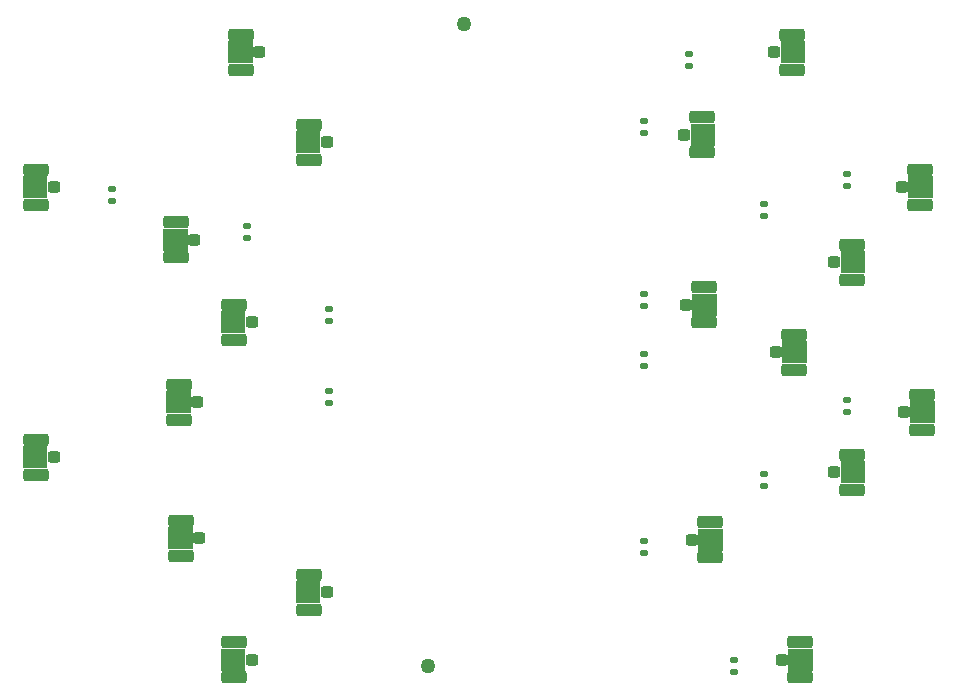
<source format=gbr>
%TF.GenerationSoftware,KiCad,Pcbnew,7.0.10*%
%TF.CreationDate,2024-03-14T12:03:47+01:00*%
%TF.ProjectId,FMC_breakout,464d435f-6272-4656-916b-6f75742e6b69,1.2*%
%TF.SameCoordinates,Original*%
%TF.FileFunction,Soldermask,Top*%
%TF.FilePolarity,Negative*%
%FSLAX46Y46*%
G04 Gerber Fmt 4.6, Leading zero omitted, Abs format (unit mm)*
G04 Created by KiCad (PCBNEW 7.0.10) date 2024-03-14 12:03:47*
%MOMM*%
%LPD*%
G01*
G04 APERTURE LIST*
G04 Aperture macros list*
%AMRoundRect*
0 Rectangle with rounded corners*
0 $1 Rounding radius*
0 $2 $3 $4 $5 $6 $7 $8 $9 X,Y pos of 4 corners*
0 Add a 4 corners polygon primitive as box body*
4,1,4,$2,$3,$4,$5,$6,$7,$8,$9,$2,$3,0*
0 Add four circle primitives for the rounded corners*
1,1,$1+$1,$2,$3*
1,1,$1+$1,$4,$5*
1,1,$1+$1,$6,$7*
1,1,$1+$1,$8,$9*
0 Add four rect primitives between the rounded corners*
20,1,$1+$1,$2,$3,$4,$5,0*
20,1,$1+$1,$4,$5,$6,$7,0*
20,1,$1+$1,$6,$7,$8,$9,0*
20,1,$1+$1,$8,$9,$2,$3,0*%
G04 Aperture macros list end*
%ADD10C,1.270000*%
%ADD11RoundRect,0.250000X0.275000X0.250000X-0.275000X0.250000X-0.275000X-0.250000X0.275000X-0.250000X0*%
%ADD12RoundRect,0.250000X0.850000X0.275000X-0.850000X0.275000X-0.850000X-0.275000X0.850000X-0.275000X0*%
%ADD13RoundRect,0.135000X-0.185000X0.135000X-0.185000X-0.135000X0.185000X-0.135000X0.185000X0.135000X0*%
%ADD14RoundRect,0.250000X-0.275000X-0.250000X0.275000X-0.250000X0.275000X0.250000X-0.275000X0.250000X0*%
%ADD15RoundRect,0.250000X-0.850000X-0.275000X0.850000X-0.275000X0.850000X0.275000X-0.850000X0.275000X0*%
%ADD16RoundRect,0.135000X0.185000X-0.135000X0.185000X0.135000X-0.185000X0.135000X-0.185000X-0.135000X0*%
G04 APERTURE END LIST*
%TO.C,J7*%
G36*
X53220000Y-68250000D02*
G01*
X51130000Y-68250000D01*
X51130000Y-66370000D01*
X53220000Y-66370000D01*
X53220000Y-68250000D01*
G37*
%TO.C,J6*%
G36*
X102990000Y-101930000D02*
G01*
X105080000Y-101930000D01*
X105080000Y-103810000D01*
X102990000Y-103810000D01*
X102990000Y-101930000D01*
G37*
%TO.C,J4*%
G36*
X98070000Y-91770000D02*
G01*
X100160000Y-91770000D01*
X100160000Y-93650000D01*
X98070000Y-93650000D01*
X98070000Y-91770000D01*
G37*
%TO.C,J2*%
G36*
X90290000Y-73355000D02*
G01*
X92380000Y-73355000D01*
X92380000Y-75235000D01*
X90290000Y-75235000D01*
X90290000Y-73355000D01*
G37*
%TO.C,J12*%
G36*
X48140000Y-109398000D02*
G01*
X46050000Y-109398000D01*
X46050000Y-107518000D01*
X48140000Y-107518000D01*
X48140000Y-109398000D01*
G37*
%TO.C,J15*%
G36*
X35845000Y-79680000D02*
G01*
X33755000Y-79680000D01*
X33755000Y-77800000D01*
X35845000Y-77800000D01*
X35845000Y-79680000D01*
G37*
%TO.C,J19*%
G36*
X108705000Y-77800000D02*
G01*
X110795000Y-77800000D01*
X110795000Y-79680000D01*
X108705000Y-79680000D01*
X108705000Y-77800000D01*
G37*
%TO.C,J11*%
G36*
X35845000Y-102540000D02*
G01*
X33755000Y-102540000D01*
X33755000Y-100660000D01*
X35845000Y-100660000D01*
X35845000Y-102540000D01*
G37*
%TO.C,J5*%
G36*
X108865000Y-96850000D02*
G01*
X110955000Y-96850000D01*
X110955000Y-98730000D01*
X108865000Y-98730000D01*
X108865000Y-96850000D01*
G37*
%TO.C,J8*%
G36*
X58935000Y-75870000D02*
G01*
X56845000Y-75870000D01*
X56845000Y-73990000D01*
X58935000Y-73990000D01*
X58935000Y-75870000D01*
G37*
%TO.C,J20*%
G36*
X102990000Y-84150000D02*
G01*
X105080000Y-84150000D01*
X105080000Y-86030000D01*
X102990000Y-86030000D01*
X102990000Y-84150000D01*
G37*
%TO.C,J17*%
G36*
X90925000Y-107645000D02*
G01*
X93015000Y-107645000D01*
X93015000Y-109525000D01*
X90925000Y-109525000D01*
X90925000Y-107645000D01*
G37*
%TO.C,J10*%
G36*
X52585000Y-119685000D02*
G01*
X50495000Y-119685000D01*
X50495000Y-117805000D01*
X52585000Y-117805000D01*
X52585000Y-119685000D01*
G37*
%TO.C,J3*%
G36*
X90450000Y-87755000D02*
G01*
X92540000Y-87755000D01*
X92540000Y-89635000D01*
X90450000Y-89635000D01*
X90450000Y-87755000D01*
G37*
%TO.C,J9*%
G36*
X58935000Y-113970000D02*
G01*
X56845000Y-113970000D01*
X56845000Y-112090000D01*
X58935000Y-112090000D01*
X58935000Y-113970000D01*
G37*
%TO.C,J14*%
G36*
X47980000Y-97890000D02*
G01*
X45890000Y-97890000D01*
X45890000Y-96010000D01*
X47980000Y-96010000D01*
X47980000Y-97890000D01*
G37*
%TO.C,J18*%
G36*
X98545000Y-117805000D02*
G01*
X100635000Y-117805000D01*
X100635000Y-119685000D01*
X98545000Y-119685000D01*
X98545000Y-117805000D01*
G37*
%TO.C,J13*%
G36*
X52585000Y-91110000D02*
G01*
X50495000Y-91110000D01*
X50495000Y-89230000D01*
X52585000Y-89230000D01*
X52585000Y-91110000D01*
G37*
%TO.C,J1*%
G36*
X97910000Y-66370000D02*
G01*
X100000000Y-66370000D01*
X100000000Y-68250000D01*
X97910000Y-68250000D01*
X97910000Y-66370000D01*
G37*
%TO.C,J16*%
G36*
X47725000Y-84125000D02*
G01*
X45635000Y-84125000D01*
X45635000Y-82245000D01*
X47725000Y-82245000D01*
X47725000Y-84125000D01*
G37*
%TD*%
D10*
%TO.C,J0*%
X71090000Y-64885000D03*
X68040000Y-119265000D03*
%TD*%
D11*
%TO.C,J7*%
X53755000Y-67310000D03*
D12*
X52230000Y-68785000D03*
X52230000Y-65835000D03*
%TD*%
D13*
%TO.C,R4*%
X86360000Y-92835000D03*
X86360000Y-93855000D03*
%TD*%
D14*
%TO.C,J6*%
X102455000Y-102870000D03*
D15*
X103980000Y-101395000D03*
X103980000Y-104345000D03*
%TD*%
D14*
%TO.C,J4*%
X97535000Y-92710000D03*
D15*
X99060000Y-91235000D03*
X99060000Y-94185000D03*
%TD*%
D13*
%TO.C,R20*%
X96520000Y-80135000D03*
X96520000Y-81155000D03*
%TD*%
D14*
%TO.C,J2*%
X89755000Y-74295000D03*
D15*
X91280000Y-72820000D03*
X91280000Y-75770000D03*
%TD*%
D11*
%TO.C,J12*%
X48675000Y-108458000D03*
D12*
X47150000Y-109933000D03*
X47150000Y-106983000D03*
%TD*%
D13*
%TO.C,R1*%
X90170000Y-67435000D03*
X90170000Y-68455000D03*
%TD*%
D12*
%TO.C,J15*%
X34855000Y-77265000D03*
X34855000Y-80215000D03*
D11*
X36380000Y-78740000D03*
%TD*%
D14*
%TO.C,J19*%
X108170000Y-78740000D03*
D15*
X109695000Y-77265000D03*
X109695000Y-80215000D03*
%TD*%
D11*
%TO.C,J11*%
X36380000Y-101600000D03*
D12*
X34855000Y-103075000D03*
X34855000Y-100125000D03*
%TD*%
D16*
%TO.C,R5*%
X103505000Y-97790000D03*
X103505000Y-96770000D03*
%TD*%
D14*
%TO.C,J5*%
X108330000Y-97790000D03*
D15*
X109855000Y-96315000D03*
X109855000Y-99265000D03*
%TD*%
D16*
%TO.C,R14*%
X59690000Y-97030000D03*
X59690000Y-96010000D03*
%TD*%
D11*
%TO.C,J8*%
X59470000Y-74930000D03*
D12*
X57945000Y-76405000D03*
X57945000Y-73455000D03*
%TD*%
D13*
%TO.C,R6*%
X96520000Y-102995000D03*
X96520000Y-104015000D03*
%TD*%
D14*
%TO.C,J20*%
X102455000Y-85090000D03*
D15*
X103980000Y-83615000D03*
X103980000Y-86565000D03*
%TD*%
D13*
%TO.C,R15*%
X41275000Y-79885000D03*
X41275000Y-78865000D03*
%TD*%
D14*
%TO.C,J17*%
X90390000Y-108585000D03*
D15*
X91915000Y-107110000D03*
X91915000Y-110060000D03*
%TD*%
D11*
%TO.C,J10*%
X53120000Y-118745000D03*
D12*
X51595000Y-120220000D03*
X51595000Y-117270000D03*
%TD*%
D14*
%TO.C,J3*%
X89915000Y-88695000D03*
D15*
X91440000Y-87220000D03*
X91440000Y-90170000D03*
%TD*%
D11*
%TO.C,J9*%
X59470000Y-113030000D03*
D12*
X57945000Y-114505000D03*
X57945000Y-111555000D03*
%TD*%
D11*
%TO.C,J14*%
X48515000Y-96950000D03*
D12*
X46990000Y-98425000D03*
X46990000Y-95475000D03*
%TD*%
D13*
%TO.C,R17*%
X86360000Y-108710000D03*
X86360000Y-109730000D03*
%TD*%
D14*
%TO.C,J18*%
X98010000Y-118745000D03*
D15*
X99535000Y-117270000D03*
X99535000Y-120220000D03*
%TD*%
D16*
%TO.C,R3*%
X86360000Y-88775000D03*
X86360000Y-87755000D03*
%TD*%
D11*
%TO.C,J13*%
X53120000Y-90170000D03*
D12*
X51595000Y-91645000D03*
X51595000Y-88695000D03*
%TD*%
D14*
%TO.C,J1*%
X97375000Y-67310000D03*
D15*
X98900000Y-65835000D03*
X98900000Y-68785000D03*
%TD*%
D16*
%TO.C,R19*%
X103505000Y-78615000D03*
X103505000Y-77595000D03*
%TD*%
D13*
%TO.C,R18*%
X93980000Y-118745000D03*
X93980000Y-119765000D03*
%TD*%
D16*
%TO.C,R2*%
X86360000Y-74170000D03*
X86360000Y-73150000D03*
%TD*%
%TO.C,R16*%
X52705000Y-83060000D03*
X52705000Y-82040000D03*
%TD*%
D11*
%TO.C,J16*%
X48260000Y-83185000D03*
D12*
X46735000Y-84660000D03*
X46735000Y-81710000D03*
%TD*%
D16*
%TO.C,R13*%
X59690000Y-90045000D03*
X59690000Y-89025000D03*
%TD*%
M02*

</source>
